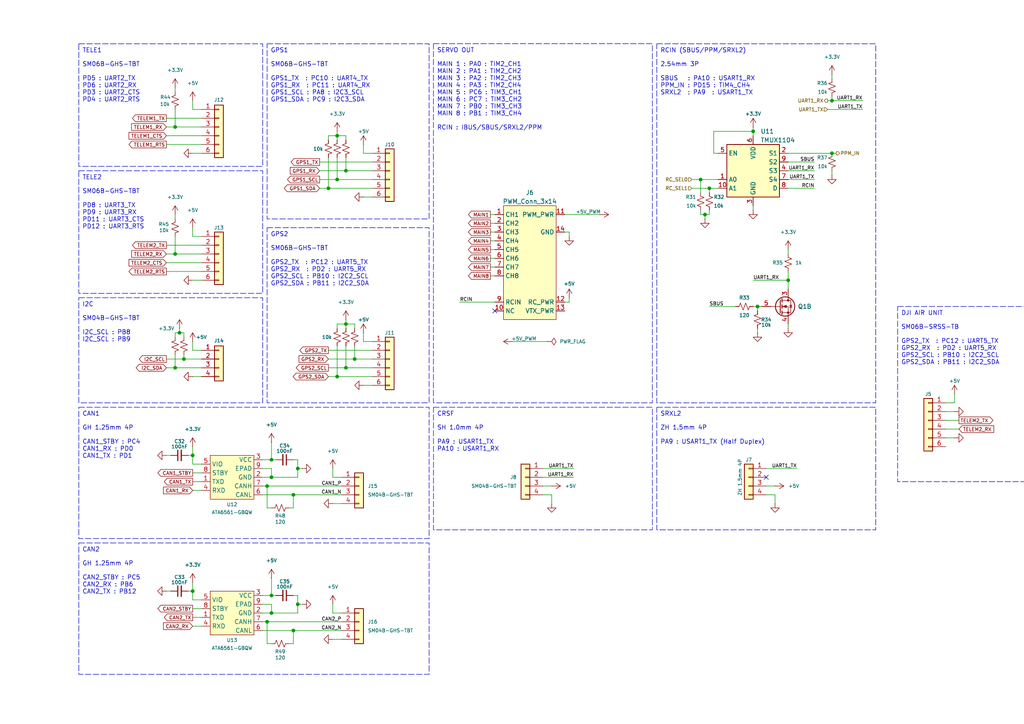
<source format=kicad_sch>
(kicad_sch (version 20250114) (generator "eeschema") (generator_version "9.0")
  (paper "A4")
  (title_block (title "STM32 Flight Controller") (date "2025-07-26") (rev "2.0.0 (WIP)") (company "NARAE") (comment 1 "INHA Univ. Areo-modelling Club") (comment 2 "2024 Winter UAV Project ") (comment 3 "Reversion 2"))
  (lib_symbols
    (symbol "ATA6561-GBQW:ATA6561-GBQW_Small"
      (property "Reference" "U" (at 0 9.398 0))
      (property "Value" "ATA6561-GBQW" (at 0 7.62 0))
      (symbol "ATA6561-GBQW_Small_0_1"
        (pin power_in line (at -8.89 3.81 0) (length 2.54) (name "VIO") (number "5"))
        (pin bidirectional line (at -8.89 1.27 0) (length 2.54) (name "STBY") (number "8"))
        (pin output line (at -8.89 -1.27 0) (length 2.54) (name "TXD") (number "1"))
        (pin input line (at -8.89 -3.81 0) (length 2.54) (name "RXD") (number "4"))
        (pin power_in line (at 8.89 5.08 180) (length 2.54) (name "VCC") (number "3"))
        (pin power_in line (at 8.89 0 180) (length 2.54) (name "GND") (number "2"))
        (pin bidirectional line (at 8.89 -5.08 180) (length 2.54) (name "CANL") (number "6"))
      )
      (symbol "ATA6561-GBQW_Small_1_1"
        (pin power_in line (at 8.89 2.54 180) (length 2.54) (name "EPAD") (number "9"))
        (pin bidirectional line (at 8.89 -2.54 180) (length 2.54) (name "CANH") (number "7"))
      )
    )
    (symbol "Connector_Generic:Conn_01x04" (pin_names (offset 1.016) (hide yes))
      (property "Reference" "J" (at 0 5.08 0))
      (property "Value" "Conn_01x04" (at 0 -7.62 0))
      (symbol "Conn_01x04_1_1"
        (pin passive line (at -5.08 2.54 0) (length 3.81) (name "Pin_1") (number "1"))
        (pin passive line (at -5.08 0 0) (length 3.81) (name "Pin_2") (number "2"))
        (pin passive line (at -5.08 -2.54 0) (length 3.81) (name "Pin_3") (number "3"))
        (pin passive line (at -5.08 -5.08 0) (length 3.81) (name "Pin_4") (number "4"))
      )
    )
    (symbol "Connector_Generic:Conn_01x06" (pin_names (offset 1.016) (hide yes))
      (property "Reference" "J" (at 0 7.62 0))
      (property "Value" "Conn_01x06" (at 0 -10.16 0))
      (symbol "Conn_01x06_1_1"
        (pin passive line (at -5.08 5.08 0) (length 3.81) (name "Pin_1") (number "1"))
        (pin passive line (at -5.08 2.54 0) (length 3.81) (name "Pin_2") (number "2"))
        (pin passive line (at -5.08 0 0) (length 3.81) (name "Pin_3") (number "3"))
        (pin passive line (at -5.08 -2.54 0) (length 3.81) (name "Pin_4") (number "4"))
        (pin passive line (at -5.08 -5.08 0) (length 3.81) (name "Pin_5") (number "5"))
        (pin passive line (at -5.08 -7.62 0) (length 3.81) (name "Pin_6") (number "6"))
      )
    )
    (symbol "Device:C_Small" (pin_numbers (hide yes)) (pin_names (offset 0.254) (hide yes))
      (property "Reference" "C" (at 0.254 1.778 0))
      (property "Value" "C_Small" (at 0.254 -2.032 0))
      (symbol "C_Small_1_1"
        (pin passive line (at 0 2.54 270) (length 2.032) (name "~") (number "1"))
        (pin passive line (at 0 -2.54 90) (length 2.032) (name "~") (number "2"))
      )
    )
    (symbol "Device:R_Small_US" (pin_numbers (hide yes)) (pin_names (offset 0.254) (hide yes))
      (property "Reference" "R" (at 0.762 0.508 0))
      (property "Value" "R_Small_US" (at 0.762 -1.016 0))
      (symbol "R_Small_US_1_1"
        (pin passive line (at 0 2.54 270) (length 1.016) (name "~") (number "1"))
        (pin passive line (at 0 -2.54 90) (length 1.016) (name "~") (number "2"))
      )
    )
    (symbol "Nexperia_PMD:PMDPB30XN" (pin_names (offset 0) (hide yes))
      (property "Reference" "Q" (at 5.08 1.905 0))
      (property "Value" "PMDPB30XN" (at 5.08 0 0))
      (symbol "PMDPB30XN_1_0"
        (pin passive line (at 2.54 5.08 270) (length 2.54) (hide yes) (name "D") (number "7"))
      )
      (symbol "PMDPB30XN_1_1"
        (pin input line (at -5.08 0 0) (length 2.54) (name "G") (number "2"))
        (pin passive line (at 2.54 5.08 270) (length 2.54) (name "D") (number "6"))
        (pin passive line (at 2.54 -5.08 90) (length 2.54) (name "S") (number "1"))
      )
      (symbol "PMDPB30XN_2_0"
        (pin passive line (at 2.54 5.08 270) (length 2.54) (hide yes) (name "D") (number "8"))
      )
      (symbol "PMDPB30XN_2_1"
        (pin input line (at -5.08 0 0) (length 2.54) (name "G") (number "5"))
        (pin passive line (at 2.54 5.08 270) (length 2.54) (name "D") (number "3"))
        (pin passive line (at 2.54 -5.08 90) (length 2.54) (name "S") (number "4"))
      )
    )
    (symbol "PWM_Connector:PWM_Conn_3x10"
      (property "Reference" "J" (at 0 22.098 0))
      (property "Value" "PWM_Conn_3x10" (at 0 20.066 0))
      (symbol "PWM_Conn_3x10_1_1"
        (pin bidirectional line (at -10.16 16.51 0) (length 2.54) (name "CH1") (number "1"))
        (pin bidirectional line (at -10.16 13.97 0) (length 2.54) (name "CH2") (number "2"))
        (pin bidirectional line (at -10.16 11.43 0) (length 2.54) (name "CH3") (number "3"))
        (pin bidirectional line (at -10.16 8.89 0) (length 2.54) (name "CH4") (number "4"))
        (pin bidirectional line (at -10.16 6.35 0) (length 2.54) (name "CH5") (number "5"))
        (pin bidirectional line (at -10.16 3.81 0) (length 2.54) (name "CH6") (number "6"))
        (pin bidirectional line (at -10.16 1.27 0) (length 2.54) (name "CH7") (number "7"))
        (pin bidirectional line (at -10.16 -1.27 0) (length 2.54) (name "CH8") (number "8"))
        (pin bidirectional line (at -10.16 -8.89 0) (length 2.54) (name "RCIN") (number "9"))
        (pin bidirectional line (at -10.16 -11.43 0) (length 2.54) (name "NC") (number "10"))
        (pin passive line (at 10.16 16.51 180) (length 2.54) (name "PWM_PWR") (number "11"))
        (pin passive line (at 10.16 11.43 180) (length 2.54) (name "GND") (number "14"))
        (pin passive line (at 10.16 -8.89 180) (length 2.54) (name "RC_PWR") (number "12"))
        (pin passive line (at 10.16 -11.43 180) (length 2.54) (name "VTX_PWR") (number "13"))
      )
    )
    (symbol "TMUX1104:TMUX1104"
      (property "Reference" "U" (at 0 0 0))
      (symbol "TMUX1104_1_1"
        (pin input line (at -10.16 5.08 0) (length 2.54) (name "EN") (number "5"))
        (pin input line (at -10.16 -2.54 0) (length 2.54) (name "A0") (number "1"))
        (pin input line (at -10.16 -5.08 0) (length 2.54) (name "A1") (number "10"))
        (pin power_in line (at 0 10.16 270) (length 2.54) (name "VDD") (number "6"))
        (pin power_in line (at 0 -10.16 90) (length 2.54) (name "GND") (number "3"))
        (pin passive line (at 10.16 5.08 180) (length 2.54) (name "S1") (number "2"))
        (pin passive line (at 10.16 2.54 180) (length 2.54) (name "S2") (number "9"))
        (pin passive line (at 10.16 0 180) (length 2.54) (name "S3") (number "4"))
        (pin passive line (at 10.16 -2.54 180) (length 2.54) (name "S4") (number "7"))
        (pin passive line (at 10.16 -5.08 180) (length 2.54) (name "D") (number "8"))
      )
    )
    (symbol "power:+3.3V" (power) (pin_numbers (hide yes)) (pin_names (offset 0) (hide yes))
      (property "Value" "+3.3V" (at 0 3.556 0))
      (symbol "+3.3V_1_1"
        (pin power_in line (at 0 0 90) (length 0) (name "~") (number "1"))
      )
    )
    (symbol "power:+5V" (power) (pin_numbers (hide yes)) (pin_names (offset 0) (hide yes))
      (property "Value" "+5V" (at 0 3.556 0))
      (symbol "+5V_1_1"
        (pin power_in line (at 0 0 90) (length 0) (name "~") (number "1"))
      )
    )
    (symbol "power:GND" (power) (pin_numbers (hide yes)) (pin_names (offset 0) (hide yes))
      (property "Value" "GND" (at 0 -3.81 0))
      (symbol "GND_1_1"
        (pin power_in line (at 0 0 270) (length 0) (name "~") (number "1"))
      )
    )
    (symbol "power:PWR_FLAG" (power) (pin_numbers (hide yes)) (pin_names (offset 0) (hide yes))
      (property "Value" "PWR_FLAG" (at 0 3.81 0))
      (symbol "PWR_FLAG_0_0"
        (pin power_out line (at 0 0 90) (length 0) (name "~") (number "1"))
      )
    )
  )
  (rectangle (start 260.35 88.9) (end 307.34 139.7) (stroke (width 0) (type dash)))
  (rectangle (start 22.86 12.7) (end 76.2 48.26) (stroke (width 0) (type dash)))
  (rectangle (start 125.73 118.11) (end 189.23 153.67) (stroke (width 0) (type dash)))
  (rectangle (start 125.7181 12.6751) (end 189.2181 116.84) (stroke (width 0) (type dash)))
  (rectangle (start 22.86 49.53) (end 76.2 85.09) (stroke (width 0) (type dash)))
  (rectangle (start 190.5 118.11) (end 254 153.67) (stroke (width 0) (type dash)))
  (rectangle (start 190.5 12.7) (end 254 116.84) (stroke (width 0) (type dash)))
  (rectangle (start 77.47 12.7) (end 124.46 63.5) (stroke (width 0) (type dash)))
  (rectangle (start 22.86 157.48) (end 124.46 195.58) (stroke (width 0) (type dash)))
  (rectangle (start 77.47 66.04) (end 124.46 116.84) (stroke (width 0) (type dash)))
  (rectangle (start 22.86 118.11) (end 124.46 156.21) (stroke (width 0) (type dash)))
  (rectangle (start 22.86 86.36) (end 76.2 116.84) (stroke (width 0) (type dash)))
  (text "CAN2" (at 23.876 160.274 0) (effects (font (size 1.27 1.27)) (justify left bottom)))
  (text "GH 1.25mm 4P\n\nCAN2_STBY : PC5\nCAN2_RX : PB6\nCAN2_TX : PB12" (at 23.876 162.814 0) (effects (font (size 1.27 1.27)) (justify left top)))
  (text "GH 1.25mm 4P\n\nCAN1_STBY : PC4\nCAN1_RX : PD0\nCAN1_TX : PD1" (at 23.876 123.444 0) (effects (font (size 1.27 1.27)) (justify left top)))
  (text "TELE1" (at 23.876 15.494 0) (effects (font (size 1.27 1.27)) (justify left bottom)))
  (text "CAN1" (at 23.876 120.904 0) (effects (font (size 1.27 1.27)) (justify left bottom)))
  (text "SM06B-GHS-TBT\n\nPD5 : UART2_TX\nPD6 : UART2_RX\nPD3 : UART2_CTS\nPD4 : UART2_RTS" (at 23.876 18.034 0) (effects (font (size 1.27 1.27)) (justify left top)))
  (text "SH 1.0mm 4P\n\nPA9 : USART1_TX\nPA10 : USART1_RX\n" (at 126.746 123.444 0) (effects (font (size 1.27 1.27)) (justify left top)))
  (text "SRXL2" (at 191.516 120.904 0) (effects (font (size 1.27 1.27)) (justify left bottom)))
  (text "SM06B-GHS-TBT\n\nGPS2_TX  : PC12 : UART5_TX\nGPS2_RX  : PD2 : UART5_RX\nGPS2_SCL : PB10 : I2C2_SCL\nGPS2_SDA : PB11 : I2C2_SDA" (at 78.486 71.374 0) (effects (font (size 1.27 1.27)) (justify left top)))
  (text "CRSF" (at 126.746 120.904 0) (effects (font (size 1.27 1.27)) (justify left bottom)))
  (text "SM06B-GHS-TBT\n\nPD8 : UART3_TX\nPD9 : UART3_RX\nPD11 : UART3_CTS\nPD12 : UART3_RTS" (at 23.876 54.864 0) (effects (font (size 1.27 1.27)) (justify left top)))
  (text "I2C" (at 23.876 89.154 0) (effects (font (size 1.27 1.27)) (justify left bottom)))
  (text "DJI AIR UNIT" (at 261.366 91.694 0) (effects (font (size 1.27 1.27)) (justify left bottom)))
  (text "2.54mm 3P\n\nSBUS   : PA10 : USART1_RX\nPPM_IN : PD15 : TIM4_CH4\nSRXL2  : PA9  : USART1_TX\n" (at 191.516 18.034 0) (effects (font (size 1.27 1.27)) (justify left top)))
  (text "SM04B-GHS-TBT\n\nI2C_SCL : PB8\nI2C_SCL : PB9" (at 23.876 91.694 0) (effects (font (size 1.27 1.27)) (justify left top)))
  (text "MAIN 1 : PA0 : TIM2_CH1\nMAIN 2 : PA1 : TIM2_CH2\nMAIN 3 : PA2 : TIM2_CH3\nMAIN 4 : PA3 : TIM2_CH4\nMAIN 5 : PC6 : TIM3_CH1\nMAIN 6 : PC7 : TIM3_CH2\nMAIN 7 : PB0 : TIM3_CH3\nMAIN 8 : PB1 : TIM3_CH4\n\nRCIN : IBUS/SBUS/SRXL2/PPM" (at 126.7341 18.0091 0) (effects (font (size 1.27 1.27)) (justify left top)))
  (text "TELE2" (at 23.876 52.324 0) (effects (font (size 1.27 1.27)) (justify left bottom)))
  (text "RCIN (SBUS/PPM/SRXL2)" (at 191.516 15.494 0) (effects (font (size 1.27 1.27)) (justify left bottom)))
  (text "SM06B-SRSS-TB\n\nGPS2_TX  : PC12 : UART5_TX\nGPS2_RX  : PD2 : UART5_RX\nGPS2_SCL : PB10 : I2C2_SCL\nGPS2_SDA : PB11 : I2C2_SDA" (at 261.366 94.234 0) (effects (font (size 1.27 1.27)) (justify left top)))
  (text "GPS1" (at 78.486 15.494 0) (effects (font (size 1.27 1.27)) (justify left bottom)))
  (text "GPS2" (at 78.486 68.834 0) (effects (font (size 1.27 1.27)) (justify left bottom)))
  (text "SM06B-GHS-TBT\n\nGPS1_TX  : PC10 : UART4_TX\nGPS1_RX  : PC11 : UART4_RX\nGPS1_SCL : PA8 : I2C3_SCL\nGPS1_SDA : PC9 : I2C3_SDA" (at 78.486 18.034 0) (effects (font (size 1.27 1.27)) (justify left top)))
  (text "ZH 1.5mm 4P\n\nPA9 : USART1_TX (Half Duplex)" (at 191.516 123.444 0) (effects (font (size 1.27 1.27)) (justify left top)))
  (text "SERVO OUT" (at 126.7341 15.4691 0) (effects (font (size 1.27 1.27)) (justify left bottom)))
  (junction (at 78.74 138.43))
  (junction (at 100.33 49.53))
  (junction (at 97.79 39.37))
  (junction (at 204.47 62.23))
  (junction (at 228.6 81.28))
  (junction (at 241.3 29.21))
  (junction (at 85.09 182.88))
  (junction (at 97.79 109.22))
  (junction (at 86.36 135.89))
  (junction (at 50.8 73.66))
  (junction (at 50.8 106.68))
  (junction (at 52.07 96.52))
  (junction (at 241.3 44.45))
  (junction (at 77.47 140.97))
  (junction (at 205.74 54.61))
  (junction (at 78.74 177.8))
  (junction (at 55.88 132.08))
  (junction (at 53.34 104.14))
  (junction (at 219.71 88.9))
  (junction (at 50.8 36.83))
  (junction (at 78.74 172.72))
  (junction (at 100.33 106.68))
  (junction (at 95.25 54.61))
  (junction (at 78.74 133.35))
  (junction (at 85.09 143.51))
  (junction (at 218.44 38.1))
  (junction (at 97.79 52.07))
  (junction (at 55.88 171.45))
  (junction (at 102.87 104.14))
  (junction (at 203.2 52.07))
  (junction (at 86.36 175.26))
  (junction (at 100.33 93.98))
  (junction (at 77.47 180.34))
  (no_connect (at 143.51 90.17))
  (no_connect (at 222.25 138.43))
  (wire (pts (xy 58.42 81.28) (xy 55.88 81.28)))
  (wire (pts (xy 78.74 175.26) (xy 78.74 177.8)))
  (wire (pts (xy 165.1 86.36) (xy 165.1 87.63)))
  (wire (pts (xy 55.88 171.45) (xy 55.88 173.99)))
  (wire (pts (xy 102.87 100.33) (xy 102.87 104.14)))
  (wire (pts (xy 163.83 67.31) (xy 165.1 67.31)))
  (wire (pts (xy 48.26 73.66) (xy 50.8 73.66)))
  (wire (pts (xy 219.71 88.9) (xy 219.71 90.17)))
  (wire (pts (xy 55.88 99.06) (xy 55.88 101.6)))
  (wire (pts (xy 274.32 127) (xy 276.86 127)))
  (wire (pts (xy 78.74 128.27) (xy 78.74 133.35)))
  (wire (pts (xy 76.2 182.88) (xy 85.09 182.88)))
  (wire (pts (xy 97.79 93.98) (xy 100.33 93.98)))
  (wire (pts (xy 85.09 182.88) (xy 85.09 186.69)))
  (wire (pts (xy 78.74 172.72) (xy 80.01 172.72)))
  (wire (pts (xy 86.36 175.26) (xy 86.36 177.8)))
  (wire (pts (xy 228.6 72.39) (xy 228.6 73.66)))
  (wire (pts (xy 78.74 138.43) (xy 86.36 138.43)))
  (wire (pts (xy 203.2 62.23) (xy 204.47 62.23)))
  (wire (pts (xy 274.32 119.38) (xy 276.86 119.38)))
  (wire (pts (xy 55.88 181.61) (xy 58.42 181.61)))
  (wire (pts (xy 105.41 99.06) (xy 107.95 99.06)))
  (wire (pts (xy 100.33 92.71) (xy 100.33 93.98)))
  (wire (pts (xy 76.2 138.43) (xy 78.74 138.43)))
  (wire (pts (xy 48.26 36.83) (xy 50.8 36.83)))
  (wire (pts (xy 50.8 31.75) (xy 50.8 36.83)))
  (wire (pts (xy 276.86 114.3) (xy 276.86 116.84)))
  (wire (pts (xy 228.6 52.07) (xy 236.22 52.07)))
  (wire (pts (xy 95.25 40.64) (xy 95.25 39.37)))
  (wire (pts (xy 77.47 140.97) (xy 99.06 140.97)))
  (wire (pts (xy 99.06 185.42) (xy 96.52 185.42)))
  (wire (pts (xy 55.88 29.21) (xy 55.88 31.75)))
  (wire (pts (xy 83.82 186.69) (xy 85.09 186.69)))
  (wire (pts (xy 48.26 171.45) (xy 49.53 171.45)))
  (wire (pts (xy 157.48 140.97) (xy 160.02 140.97)))
  (wire (pts (xy 100.33 100.33) (xy 100.33 106.68)))
  (wire (pts (xy 86.36 135.89) (xy 86.36 138.43)))
  (wire (pts (xy 48.26 41.91) (xy 58.42 41.91)))
  (wire (pts (xy 50.8 25.4) (xy 50.8 26.67)))
  (wire (pts (xy 77.47 147.32) (xy 77.47 140.97)))
  (wire (pts (xy 102.87 93.98) (xy 102.87 95.25)))
  (wire (pts (xy 142.24 62.23) (xy 143.51 62.23)))
  (wire (pts (xy 83.82 147.32) (xy 85.09 147.32)))
  (wire (pts (xy 78.74 186.69) (xy 77.47 186.69)))
  (wire (pts (xy 107.95 57.15) (xy 105.41 57.15)))
  (wire (pts (xy 148.59 99.06) (xy 158.75 99.06)))
  (wire (pts (xy 96.52 175.26) (xy 96.52 177.8)))
  (wire (pts (xy 205.74 54.61) (xy 205.74 55.88)))
  (wire (pts (xy 241.3 21.59) (xy 241.3 22.86)))
  (wire (pts (xy 77.47 186.69) (xy 77.47 180.34)))
  (wire (pts (xy 165.1 67.31) (xy 165.1 68.58)))
  (wire (pts (xy 224.79 143.51) (xy 224.79 146.05)))
  (wire (pts (xy 218.44 59.69) (xy 218.44 60.96)))
  (wire (pts (xy 50.8 73.66) (xy 58.42 73.66)))
  (wire (pts (xy 95.25 101.6) (xy 107.95 101.6)))
  (wire (pts (xy 203.2 60.96) (xy 203.2 62.23)))
  (wire (pts (xy 50.8 62.23) (xy 50.8 63.5)))
  (wire (pts (xy 100.33 49.53) (xy 107.95 49.53)))
  (wire (pts (xy 95.25 104.14) (xy 102.87 104.14)))
  (wire (pts (xy 97.79 109.22) (xy 107.95 109.22)))
  (wire (pts (xy 92.71 49.53) (xy 100.33 49.53)))
  (wire (pts (xy 78.74 133.35) (xy 80.01 133.35)))
  (wire (pts (xy 97.79 39.37) (xy 100.33 39.37)))
  (wire (pts (xy 218.44 88.9) (xy 219.71 88.9)))
  (wire (pts (xy 78.74 167.64) (xy 78.74 172.72)))
  (wire (pts (xy 107.95 111.76) (xy 105.41 111.76)))
  (wire (pts (xy 55.88 68.58) (xy 58.42 68.58)))
  (wire (pts (xy 54.61 132.08) (xy 55.88 132.08)))
  (wire (pts (xy 58.42 173.99) (xy 55.88 173.99)))
  (wire (pts (xy 55.88 132.08) (xy 55.88 134.62)))
  (wire (pts (xy 85.09 143.51) (xy 85.09 147.32)))
  (wire (pts (xy 76.2 143.51) (xy 85.09 143.51)))
  (wire (pts (xy 204.47 62.23) (xy 204.47 63.5)))
  (wire (pts (xy 76.2 172.72) (xy 78.74 172.72)))
  (wire (pts (xy 52.07 95.25) (xy 52.07 96.52)))
  (wire (pts (xy 78.74 147.32) (xy 77.47 147.32)))
  (wire (pts (xy 228.6 81.28) (xy 218.44 81.28)))
  (wire (pts (xy 55.88 129.54) (xy 55.88 132.08)))
  (wire (pts (xy 95.25 39.37) (xy 97.79 39.37)))
  (wire (pts (xy 76.2 135.89) (xy 78.74 135.89)))
  (wire (pts (xy 78.74 177.8) (xy 86.36 177.8)))
  (wire (pts (xy 100.33 106.68) (xy 107.95 106.68)))
  (wire (pts (xy 95.25 109.22) (xy 97.79 109.22)))
  (wire (pts (xy 143.51 87.63) (xy 133.35 87.63)))
  (wire (pts (xy 142.24 67.31) (xy 143.51 67.31)))
  (wire (pts (xy 222.25 140.97) (xy 224.79 140.97)))
  (wire (pts (xy 92.71 46.99) (xy 107.95 46.99)))
  (wire (pts (xy 157.48 138.43) (xy 166.37 138.43)))
  (wire (pts (xy 95.25 54.61) (xy 107.95 54.61)))
  (wire (pts (xy 52.07 96.52) (xy 53.34 96.52)))
  (wire (pts (xy 105.41 96.52) (xy 105.41 99.06)))
  (wire (pts (xy 55.88 179.07) (xy 58.42 179.07)))
  (wire (pts (xy 157.48 143.51) (xy 160.02 143.51)))
  (wire (pts (xy 53.34 102.87) (xy 53.34 104.14)))
  (wire (pts (xy 97.79 100.33) (xy 97.79 109.22)))
  (wire (pts (xy 97.79 95.25) (xy 97.79 93.98)))
  (wire (pts (xy 97.79 38.1) (xy 97.79 39.37)))
  (wire (pts (xy 142.24 77.47) (xy 143.51 77.47)))
  (wire (pts (xy 50.8 96.52) (xy 52.07 96.52)))
  (wire (pts (xy 208.28 52.07) (xy 203.2 52.07)))
  (wire (pts (xy 48.26 39.37) (xy 58.42 39.37)))
  (wire (pts (xy 48.26 34.29) (xy 58.42 34.29)))
  (wire (pts (xy 76.2 175.26) (xy 78.74 175.26)))
  (wire (pts (xy 142.24 64.77) (xy 143.51 64.77)))
  (wire (pts (xy 240.03 31.75) (xy 250.19 31.75)))
  (wire (pts (xy 222.25 143.51) (xy 224.79 143.51)))
  (wire (pts (xy 142.24 72.39) (xy 143.51 72.39)))
  (wire (pts (xy 102.87 104.14) (xy 107.95 104.14)))
  (wire (pts (xy 236.22 46.99) (xy 228.6 46.99)))
  (wire (pts (xy 50.8 97.79) (xy 50.8 96.52)))
  (wire (pts (xy 207.01 44.45) (xy 207.01 38.1)))
  (wire (pts (xy 76.2 177.8) (xy 78.74 177.8)))
  (wire (pts (xy 50.8 68.58) (xy 50.8 73.66)))
  (wire (pts (xy 205.74 60.96) (xy 205.74 62.23)))
  (wire (pts (xy 50.8 102.87) (xy 50.8 106.68)))
  (wire (pts (xy 219.71 88.9) (xy 220.98 88.9)))
  (wire (pts (xy 228.6 81.28) (xy 228.6 83.82)))
  (wire (pts (xy 58.42 109.22) (xy 55.88 109.22)))
  (wire (pts (xy 78.74 135.89) (xy 78.74 138.43)))
  (wire (pts (xy 203.2 52.07) (xy 200.66 52.07)))
  (wire (pts (xy 241.3 49.53) (xy 241.3 50.8)))
  (wire (pts (xy 92.71 52.07) (xy 97.79 52.07)))
  (wire (pts (xy 241.3 44.45) (xy 242.57 44.45)))
  (wire (pts (xy 48.26 106.68) (xy 50.8 106.68)))
  (wire (pts (xy 96.52 138.43) (xy 99.06 138.43)))
  (wire (pts (xy 100.33 93.98) (xy 102.87 93.98)))
  (wire (pts (xy 218.44 36.83) (xy 218.44 38.1)))
  (wire (pts (xy 157.48 135.89) (xy 166.37 135.89)))
  (wire (pts (xy 163.83 87.63) (xy 165.1 87.63)))
  (wire (pts (xy 105.41 44.45) (xy 107.95 44.45)))
  (wire (pts (xy 85.09 182.88) (xy 99.06 182.88)))
  (wire (pts (xy 85.09 143.51) (xy 99.06 143.51)))
  (wire (pts (xy 228.6 44.45) (xy 241.3 44.45)))
  (wire (pts (xy 95.25 45.72) (xy 95.25 54.61)))
  (wire (pts (xy 222.25 135.89) (xy 231.14 135.89)))
  (wire (pts (xy 274.32 121.92) (xy 278.13 121.92)))
  (wire (pts (xy 241.3 27.94) (xy 241.3 29.21)))
  (wire (pts (xy 77.47 180.34) (xy 99.06 180.34)))
  (wire (pts (xy 58.42 44.45) (xy 55.88 44.45)))
  (wire (pts (xy 54.61 171.45) (xy 55.88 171.45)))
  (wire (pts (xy 48.26 132.08) (xy 49.53 132.08)))
  (wire (pts (xy 240.03 29.21) (xy 241.3 29.21)))
  (wire (pts (xy 160.02 143.51) (xy 160.02 146.05)))
  (wire (pts (xy 207.01 38.1) (xy 218.44 38.1)))
  (wire (pts (xy 97.79 52.07) (xy 107.95 52.07)))
  (wire (pts (xy 228.6 78.74) (xy 228.6 81.28)))
  (wire (pts (xy 76.2 180.34) (xy 77.47 180.34)))
  (wire (pts (xy 50.8 36.83) (xy 58.42 36.83)))
  (wire (pts (xy 55.88 101.6) (xy 58.42 101.6)))
  (wire (pts (xy 55.88 31.75) (xy 58.42 31.75)))
  (wire (pts (xy 142.24 74.93) (xy 143.51 74.93)))
  (wire (pts (xy 213.36 88.9) (xy 205.74 88.9)))
  (wire (pts (xy 50.8 106.68) (xy 58.42 106.68)))
  (wire (pts (xy 97.79 45.72) (xy 97.79 52.07)))
  (wire (pts (xy 204.47 62.23) (xy 205.74 62.23)))
  (wire (pts (xy 55.88 66.04) (xy 55.88 68.58)))
  (wire (pts (xy 86.36 175.26) (xy 87.63 175.26)))
  (wire (pts (xy 86.36 135.89) (xy 87.63 135.89)))
  (wire (pts (xy 96.52 177.8) (xy 99.06 177.8)))
  (wire (pts (xy 48.26 76.2) (xy 58.42 76.2)))
  (wire (pts (xy 100.33 45.72) (xy 100.33 49.53)))
  (wire (pts (xy 205.74 54.61) (xy 200.66 54.61)))
  (wire (pts (xy 203.2 52.07) (xy 203.2 55.88)))
  (wire (pts (xy 100.33 93.98) (xy 100.33 95.25)))
  (wire (pts (xy 48.26 104.14) (xy 53.34 104.14)))
  (wire (pts (xy 55.88 168.91) (xy 55.88 171.45)))
  (wire (pts (xy 208.28 54.61) (xy 205.74 54.61)))
  (wire (pts (xy 218.44 38.1) (xy 218.44 39.37)))
  (wire (pts (xy 208.28 44.45) (xy 207.01 44.45)))
  (wire (pts (xy 53.34 97.79) (xy 53.34 96.52)))
  (wire (pts (xy 276.86 116.84) (xy 274.32 116.84)))
  (wire (pts (xy 241.3 29.21) (xy 250.19 29.21)))
  (wire (pts (xy 86.36 172.72) (xy 86.36 175.26)))
  (wire (pts (xy 97.79 39.37) (xy 97.79 40.64)))
  (wire (pts (xy 76.2 133.35) (xy 78.74 133.35)))
  (wire (pts (xy 274.32 124.46) (xy 278.13 124.46)))
  (wire (pts (xy 55.88 142.24) (xy 58.42 142.24)))
  (wire (pts (xy 48.26 71.12) (xy 58.42 71.12)))
  (wire (pts (xy 142.24 69.85) (xy 143.51 69.85)))
  (wire (pts (xy 105.41 41.91) (xy 105.41 44.45)))
  (wire (pts (xy 55.88 137.16) (xy 58.42 137.16)))
  (wire (pts (xy 58.42 134.62) (xy 55.88 134.62)))
  (wire (pts (xy 92.71 54.61) (xy 95.25 54.61)))
  (wire (pts (xy 96.52 135.89) (xy 96.52 138.43)))
  (wire (pts (xy 95.25 106.68) (xy 100.33 106.68)))
  (wire (pts (xy 228.6 49.53) (xy 236.22 49.53)))
  (wire (pts (xy 173.99 62.23) (xy 163.83 62.23)))
  (wire (pts (xy 48.26 78.74) (xy 58.42 78.74)))
  (wire (pts (xy 99.06 146.05) (xy 96.52 146.05)))
  (wire (pts (xy 100.33 39.37) (xy 100.33 40.64)))
  (wire (pts (xy 86.36 133.35) (xy 86.36 135.89)))
  (wire (pts (xy 228.6 93.98) (xy 228.6 95.25)))
  (wire (pts (xy 53.34 104.14) (xy 58.42 104.14)))
  (wire (pts (xy 85.09 133.35) (xy 86.36 133.35)))
  (wire (pts (xy 219.71 95.25) (xy 219.71 96.52)))
  (wire (pts (xy 55.88 176.53) (xy 58.42 176.53)))
  (wire (pts (xy 85.09 172.72) (xy 86.36 172.72)))
  (wire (pts (xy 76.2 140.97) (xy 77.47 140.97)))
  (wire (pts (xy 236.22 54.61) (xy 228.6 54.61)))
  (wire (pts (xy 142.24 80.01) (xy 143.51 80.01)))
  (wire (pts (xy 55.88 139.7) (xy 58.42 139.7)))
  (label "UART1_TX" (at 166.37 135.89 180) (effects (font (size 1 1))))
  (label "RCIN" (at 236.22 54.61 180) (effects (font (size 1 1))))
  (label "CAN2_P" (at 99.06 180.34 180) (effects (font (size 1 1))))
  (label "UART1_TX" (at 250.19 31.75 180) (effects (font (size 1 1))))
  (label "CAN2_N" (at 99.06 182.88 180) (effects (font (size 1 1))))
  (label "UART1_RX" (at 250.19 29.21 180) (effects (font (size 1 1))))
  (label "UART1_TX" (at 236.22 52.07 180) (effects (font (size 1 1))))
  (label "SBUS" (at 236.22 46.99 180) (effects (font (size 1 1))))
  (label "UART1_RX" (at 218.44 81.28 0) (effects (font (size 1 1))))
  (label "CAN1_P" (at 99.06 140.97 180) (effects (font (size 1 1))))
  (label "RCIN" (at 133.35 87.63 0) (effects (font (size 1 1))))
  (label "UART1_TX" (at 231.14 135.89 180) (effects (font (size 1 1))))
  (label "UART1_RX" (at 166.37 138.43 180) (effects (font (size 1 1))))
  (label "SBUS" (at 205.74 88.9 0) (effects (font (size 1 1))))
  (label "CAN1_N" (at 99.06 143.51 180) (effects (font (size 1 1))))
  (label "UART1_RX" (at 236.22 49.53 180) (effects (font (size 1 1))))
  (global_label "TELEM1_RX" (shape input) (at 48.26 36.83 180) (effects (font (size 1 1))) (property "Intersheetrefs" "${INTERSHEET_REFS}" (effects (hide yes))))
  (global_label "GPS1_RX" (shape input) (at 92.71 49.53 180) (effects (font (size 1 1))) (property "Intersheetrefs" "${INTERSHEET_REFS}" (effects (hide yes))))
  (global_label "CAN2_RX" (shape input) (at 55.88 181.61 180) (effects (font (size 1 1))) (property "Intersheetrefs" "${INTERSHEET_REFS}" (effects (hide yes))))
  (global_label "TELEM2_RTS" (shape output) (at 48.26 78.74 180) (effects (font (size 1 1))) (property "Intersheetrefs" "${INTERSHEET_REFS}" (effects (hide yes))))
  (global_label "TELEM2_TX" (shape output) (at 278.13 121.92 0) (effects (font (size 1 1))) (property "Intersheetrefs" "${INTERSHEET_REFS}" (effects (hide yes))))
  (global_label "MAIN8" (shape output) (at 142.24 80.01 180) (effects (font (size 1 1))) (property "Intersheetrefs" "${INTERSHEET_REFS}" (effects (hide yes))))
  (global_label "TELEM1_RTS" (shape output) (at 48.26 41.91 180) (effects (font (size 1 1))) (property "Intersheetrefs" "${INTERSHEET_REFS}" (effects (hide yes))))
  (global_label "TELEM2_CTS" (shape input) (at 48.26 76.2 180) (effects (font (size 1 1))) (property "Intersheetrefs" "${INTERSHEET_REFS}" (effects (hide yes))))
  (global_label "MAIN4" (shape output) (at 142.24 69.85 180) (effects (font (size 1 1))) (property "Intersheetrefs" "${INTERSHEET_REFS}" (effects (hide yes))))
  (global_label "CAN1_TX" (shape output) (at 55.88 139.7 180) (effects (font (size 1 1))) (property "Intersheetrefs" "${INTERSHEET_REFS}" (effects (hide yes))))
  (global_label "RC2_RX" (shape input) (at -35.56 115.57 180) (effects (font (size 1 1))) (property "Intersheetrefs" "${INTERSHEET_REFS}" (effects (hide yes))))
  (global_label "MAIN7" (shape output) (at 142.24 77.47 180) (effects (font (size 1 1))) (property "Intersheetrefs" "${INTERSHEET_REFS}" (effects (hide yes))))
  (global_label "GPS2_SDA" (shape bidirectional) (at 95.25 109.22 180) (effects (font (size 1 1))) (property "Intersheetrefs" "${INTERSHEET_REFS}" (effects (hide yes))))
  (global_label "MAIN3" (shape output) (at 142.24 67.31 180) (effects (font (size 1 1))) (property "Intersheetrefs" "${INTERSHEET_REFS}" (effects (hide yes))))
  (global_label "MAIN1" (shape output) (at 142.24 62.23 180) (effects (font (size 1 1))) (property "Intersheetrefs" "${INTERSHEET_REFS}" (effects (hide yes))))
  (global_label "RC1_RX" (shape input) (at -35.56 135.89 180) (effects (font (size 1 1))) (property "Intersheetrefs" "${INTERSHEET_REFS}" (effects (hide yes))))
  (global_label "CAN1_RX" (shape input) (at 55.88 142.24 180) (effects (font (size 1 1))) (property "Intersheetrefs" "${INTERSHEET_REFS}" (effects (hide yes))))
  (global_label "I2C_SDA" (shape bidirectional) (at 48.26 106.68 180) (effects (font (size 1 1))) (property "Intersheetrefs" "${INTERSHEET_REFS}" (effects (hide yes))))
  (global_label "GPS2_SCL" (shape output) (at 95.25 106.68 180) (effects (font (size 1 1))) (property "Intersheetrefs" "${INTERSHEET_REFS}" (effects (hide yes))))
  (global_label "TELEM2_TX" (shape output) (at 48.26 71.12 180) (effects (font (size 1 1))) (property "Intersheetrefs" "${INTERSHEET_REFS}" (effects (hide yes))))
  (global_label "TELEM1_CTS" (shape input) (at 48.26 39.37 180) (effects (font (size 1 1))) (property "Intersheetrefs" "${INTERSHEET_REFS}" (effects (hide yes))))
  (global_label "MAIN2" (shape output) (at 142.24 64.77 180) (effects (font (size 1 1))) (property "Intersheetrefs" "${INTERSHEET_REFS}" (effects (hide yes))))
  (global_label "CAN2_STBY" (shape output) (at 55.88 176.53 180) (effects (font (size 1 1))) (property "Intersheetrefs" "${INTERSHEET_REFS}" (effects (hide yes))))
  (global_label "CAN2_TX" (shape output) (at 55.88 179.07 180) (effects (font (size 1 1))) (property "Intersheetrefs" "${INTERSHEET_REFS}" (effects (hide yes))))
  (global_label "MAIN6" (shape output) (at 142.24 74.93 180) (effects (font (size 1 1))) (property "Intersheetrefs" "${INTERSHEET_REFS}" (effects (hide yes))))
  (global_label "TELEM2_RX" (shape input) (at 48.26 73.66 180) (effects (font (size 1 1))) (property "Intersheetrefs" "${INTERSHEET_REFS}" (effects (hide yes))))
  (global_label "RC1_TX" (shape output) (at -35.56 133.35 180) (effects (font (size 1 1))) (property "Intersheetrefs" "${INTERSHEET_REFS}" (effects (hide yes))))
  (global_label "GPS1_SDA" (shape bidirectional) (at 92.71 54.61 180) (effects (font (size 1 1))) (property "Intersheetrefs" "${INTERSHEET_REFS}" (effects (hide yes))))
  (global_label "CAN1_STBY" (shape output) (at 55.88 137.16 180) (effects (font (size 1 1))) (property "Intersheetrefs" "${INTERSHEET_REFS}" (effects (hide yes))))
  (global_label "GPS1_SCL" (shape output) (at 92.71 52.07 180) (effects (font (size 1 1))) (property "Intersheetrefs" "${INTERSHEET_REFS}" (effects (hide yes))))
  (global_label "GPS1_TX" (shape output) (at 92.71 46.99 180) (effects (font (size 1 1))) (property "Intersheetrefs" "${INTERSHEET_REFS}" (effects (hide yes))))
  (global_label "TELEM2_RX" (shape input) (at 278.13 124.46 0) (effects (font (size 1 1))) (property "Intersheetrefs" "${INTERSHEET_REFS}" (effects (hide yes))))
  (global_label "RC2_TX" (shape output) (at -35.56 118.11 180) (effects (font (size 1 1))) (property "Intersheetrefs" "${INTERSHEET_REFS}" (effects (hide yes))))
  (global_label "TELEM1_TX" (shape output) (at 48.26 34.29 180) (effects (font (size 1 1))) (property "Intersheetrefs" "${INTERSHEET_REFS}" (effects (hide yes))))
  (global_label "GPS2_RX" (shape input) (at 95.25 104.14 180) (effects (font (size 1 1))) (property "Intersheetrefs" "${INTERSHEET_REFS}" (effects (hide yes))))
  (global_label "GPS2_TX" (shape output) (at 95.25 101.6 180) (effects (font (size 1 1))) (property "Intersheetrefs" "${INTERSHEET_REFS}" (effects (hide yes))))
  (global_label "MAIN5" (shape output) (at 142.24 72.39 180) (effects (font (size 1 1))) (property "Intersheetrefs" "${INTERSHEET_REFS}" (effects (hide yes))))
  (global_label "I2C_SCL" (shape output) (at 48.26 104.14 180) (effects (font (size 1 1))) (property "Intersheetrefs" "${INTERSHEET_REFS}" (effects (hide yes))))
  (hierarchical_label "RC_SEL1" (shape input) (at 200.66 54.61 180) (effects (font (size 1 1))))
  (hierarchical_label "RC_SEL0" (shape input) (at 200.66 52.07 180) (effects (font (size 1 1))))
  (hierarchical_label "PPM_IN" (shape output) (at 242.57 44.45 0) (effects (font (size 1 1))))
  (hierarchical_label "UART1_RX" (shape output) (at 240.03 29.21 180) (effects (font (size 1 1))))
  (hierarchical_label "UART1_TX" (shape input) (at 240.03 31.75 180) (effects (font (size 1 1))))
  (symbol (lib_id "power:+5V") (at 160.02 140.97 270) (unit 1)
    (property "Reference" "#PWR098" (effects (hide yes)))
    (property "Value" "+5V" (at 163.83 140.9699 90) (effects (font (size 1 1)) (justify left)))
    (property "Description" "Power symbol creates a global label with name \"+5V\"" (effects (hide yes)))
  )
  (symbol (lib_id "Device:R_Small_US") (at 219.71 92.71 0) (mirror y) (unit 1)
    (property "Reference" "R34" (at 222.25 92.71 0) (effects (font (size 1 1))))
    (property "Value" "10k" (at 222.25 94.234 0) (effects (font (size 1 1))))
    (property "Footprint" "Resistor_SMD:R_0402_1005Metric" (effects (hide yes)))
    (property "Description" "Resistor, small US symbol" (effects (hide yes)))
    (property "LCSC" "C25531" (effects (hide yes)))
  )
  (symbol (lib_id "power:+3.3V") (at 228.6 72.39 0) (unit 1)
    (property "Reference" "#PWR049" (effects (hide yes)))
    (property "Value" "+3.3V" (at 228.6 67.31 0) (effects (font (size 1 1))))
    (property "Description" "Power symbol creates a global label with name \"+3.3V\"" (effects (hide yes)))
  )
  (symbol (lib_id "Device:R_Small_US") (at 241.3 25.4 0) (mirror y) (unit 1)
    (property "Reference" "R36" (at 240.03 24.13 0) (effects (font (size 1 1)) (justify left)))
    (property "Value" "10k" (at 240.03 26.67 0) (effects (font (size 1 1)) (justify left)))
    (property "Footprint" "Resistor_SMD:R_0402_1005Metric" (effects (hide yes)))
    (property "Description" "Resistor, small US symbol" (effects (hide yes)))
    (property "LCSC" "C25531" (effects (hide yes)))
  )
  (symbol (lib_id "power:+5V") (at 78.74 167.64 0) (unit 1)
    (property "Reference" "#PWR0123" (effects (hide yes)))
    (property "Value" "+5V" (at 78.74 162.56 0) (effects (font (size 1 1))))
    (property "Description" "Power symbol creates a global label with name \"+5V\"" (effects (hide yes)))
  )
  (symbol (lib_id "Device:C_Small") (at 82.55 133.35 270) (unit 1)
    (property "Reference" "C34" (at 82.55 129.286 90) (effects (font (size 1 1))))
    (property "Value" "100nF" (at 82.55 130.81 90) (effects (font (size 1 1))))
    (property "Footprint" "Capacitor_SMD:C_0402_1005Metric" (effects (hide yes)))
    (property "Description" "Unpolarized capacitor, small symbol" (effects (hide yes)))
    (property "LCSC" "C1525" (effects (hide yes)))
  )
  (symbol (lib_id "power:GND") (at 219.71 96.52 0) (unit 1)
    (property "Reference" "#PWR091" (effects (hide yes)))
    (property "Value" "GND" (effects (hide yes)))
    (property "Description" "Power symbol creates a global label with name \"GND\" , ground" (effects (hide yes)))
  )
  (symbol (lib_id "Device:R_Small_US") (at 102.87 97.79 0) (mirror y) (unit 1)
    (property "Reference" "R43" (effects (hide yes)))
    (property "Value" "10k" (at 96.266 97.79 0) (effects (font (size 1 1)) (justify left)))
    (property "Footprint" "Resistor_SMD:R_0402_1005Metric" (effects (hide yes)))
    (property "Description" "Resistor, small US symbol" (effects (hide yes)))
    (property "LCSC" "C25531" (effects (hide yes)))
  )
  (symbol (lib_id "power:GND") (at 55.88 109.22 270) (unit 1)
    (property "Reference" "#PWR0117" (effects (hide yes)))
    (property "Value" "GND" (effects (hide yes)))
    (property "Description" "Power symbol creates a global label with name \"GND\" , ground" (effects (hide yes)))
  )
  (symbol (lib_id "Device:R_Small_US") (at 241.3 46.99 0) (mirror y) (unit 1)
    (property "Reference" "R37" (at 240.03 45.72 0) (effects (font (size 1 1)) (justify left)))
    (property "Value" "10k" (at 240.03 48.26 0) (effects (font (size 1 1)) (justify left)))
    (property "Footprint" "Resistor_SMD:R_0402_1005Metric" (effects (hide yes)))
    (property "Description" "Resistor, small US symbol" (effects (hide yes)))
    (property "LCSC" "C25531" (effects (hide yes)))
  )
  (symbol (lib_id "power:GND") (at 55.88 81.28 270) (unit 1)
    (property "Reference" "#PWR0115" (effects (hide yes)))
    (property "Value" "GND" (effects (hide yes)))
    (property "Description" "Power symbol creates a global label with name \"GND\" , ground" (effects (hide yes)))
  )
  (symbol (lib_id "power:+5V") (at 165.1 86.36 0) (mirror y) (unit 1)
    (property "Reference" "#PWR087" (effects (hide yes)))
    (property "Value" "+5V" (at 165.1 82.296 0) (effects (font (size 1 1))))
    (property "Description" "Power symbol creates a global label with name \"+5V\"" (effects (hide yes)))
  )
  (symbol (lib_id "power:GND") (at 105.41 111.76 270) (unit 1)
    (property "Reference" "#PWR0108" (effects (hide yes)))
    (property "Value" "GND" (effects (hide yes)))
    (property "Description" "Power symbol creates a global label with name \"GND\" , ground" (effects (hide yes)))
  )
  (symbol (lib_id "power:GND") (at 105.41 57.15 270) (unit 1)
    (property "Reference" "#PWR0106" (effects (hide yes)))
    (property "Value" "GND" (effects (hide yes)))
    (property "Description" "Power symbol creates a global label with name \"GND\" , ground" (effects (hide yes)))
  )
  (symbol (lib_id "Connector_Generic:Conn_01x06") (at 63.5 36.83 0) (unit 1)
    (property "Reference" "J12" (at 63.5 28.956 0) (effects (font (size 1 1))))
    (property "Value" "SM06B-GHS-TBT" (effects (hide yes)))
    (property "Footprint" "JST_GH:JST_GH_SM06B-GHS-TB_06x1.25mm_Angled" (effects (hide yes)))
    (property "Description" "Generic connector, single row, 01x06, script generated (kicad-library-utils/schlib/autogen/connector/)" (effects (hide yes)))
    (property "LCSC" "C133065" (effects (hide yes)))
  )
  (symbol (lib_id "Device:R_Small_US") (at 95.25 43.18 0) (mirror y) (unit 1)
    (property "Reference" "R38" (effects (hide yes)))
    (property "Value" "10k" (effects (hide yes)))
    (property "Footprint" "Resistor_SMD:R_0402_1005Metric" (effects (hide yes)))
    (property "Description" "Resistor, small US symbol" (effects (hide yes)))
    (property "LCSC" "C25531" (effects (hide yes)))
  )
  (symbol (lib_id "power:+5V") (at 96.52 135.89 0) (unit 1)
    (property "Reference" "#PWR0126" (effects (hide yes)))
    (property "Value" "+5V" (at 96.52 130.81 0) (effects (font (size 1 1))))
    (property "Description" "Power symbol creates a global label with name \"+5V\"" (effects (hide yes)))
  )
  (symbol (lib_id "power:+3.3V") (at 97.79 38.1 0) (unit 1)
    (property "Reference" "#PWR0102" (effects (hide yes)))
    (property "Value" "+3.3V" (at 97.79 33.02 0) (effects (font (size 1 1))))
    (property "Description" "Power symbol creates a global label with name \"+3.3V\"" (effects (hide yes)))
  )
  (symbol (lib_id "Connector_Generic:Conn_01x06") (at 269.24 121.92 0) (mirror y) (unit 1)
    (property "Reference" "J5" (at 269.24 114.3 0) (effects (font (size 1 1))))
    (property "Value" "SM06B-GHS-TBT" (effects (hide yes)))
    (property "Footprint" "JST_GH:JST_GH_SM06B-GHS-TB_06x1.25mm_Angled" (effects (hide yes)))
    (property "Description" "Generic connector, single row, 01x06, script generated (kicad-library-utils/schlib/autogen/connector/)" (effects (hide yes)))
    (property "LCSC" "C160405" (effects (hide yes)))
  )
  (symbol (lib_id "Device:R_Small_US") (at 203.2 58.42 0) (unit 1)
    (property "Reference" "R31" (at 201.93 57.15 0) (effects (font (size 1 1)) (justify right)))
    (property "Value" "10k" (at 201.93 59.69 0) (effects (font (size 1 1)) (justify right)))
    (property "Footprint" "Resistor_SMD:R_0402_1005Metric" (effects (hide yes)))
    (property "Description" "Resistor, small US symbol" (effects (hide yes)))
    (property "LCSC" "C25531" (effects (hide yes)))
  )
  (symbol (lib_id "power:GND") (at 276.86 119.38 90) (mirror x) (unit 1)
    (property "Reference" "#PWR013" (effects (hide yes)))
    (property "Value" "GND" (effects (hide yes)))
    (property "Description" "Power symbol creates a global label with name \"GND\" , ground" (effects (hide yes)))
  )
  (symbol (lib_id "power:+5V") (at 96.52 175.26 0) (unit 1)
    (property "Reference" "#PWR0128" (effects (hide yes)))
    (property "Value" "+5V" (at 96.52 170.18 0) (effects (font (size 1 1))))
    (property "Description" "Power symbol creates a global label with name \"+5V\"" (effects (hide yes)))
  )
  (symbol (lib_id "Connector_Generic:Conn_01x04") (at 217.17 138.43 0) (mirror y) (unit 1)
    (property "Reference" "J7" (at 217.17 133.35 0) (effects (font (size 1 1))))
    (property "Value" "ZH 1.5mm 4P" (at 214.63 138.43 90) (effects (font (size 1 1))))
    (property "Footprint" "JST_ZH:JST_ZH_S4B-ZR-SM4A-TF_1x04-1MP_P1.50mm_Horizontal" (effects (hide yes)))
    (property "Description" "Generic connector, single row, 01x04, script generated (kicad-library-utils/schlib/autogen/connector/)" (effects (hide yes)))
    (property "LCSC" "C485354" (effects (hide yes)))
  )
  (symbol (lib_id "power:+3.3V") (at 241.3 21.59 0) (unit 1)
    (property "Reference" "#PWR043" (effects (hide yes)))
    (property "Value" "+3.3V" (at 241.3 16.51 0) (effects (font (size 1 1))))
    (property "Description" "Power symbol creates a global label with name \"+3.3V\"" (effects (hide yes)))
  )
  (symbol (lib_id "Device:R_Small_US") (at 50.8 100.33 0) (mirror y) (unit 1)
    (property "Reference" "R46" (effects (hide yes)))
    (property "Value" "10k" (effects (hide yes)))
    (property "Footprint" "Resistor_SMD:R_0402_1005Metric" (effects (hide yes)))
    (property "Description" "Resistor, small US symbol" (effects (hide yes)))
    (property "LCSC" "C25531" (effects (hide yes)))
  )
  (symbol (lib_id "power:GND") (at 224.79 146.05 0) (unit 1)
    (property "Reference" "#PWR097" (effects (hide yes)))
    (property "Value" "GND" (effects (hide yes)))
    (property "Description" "Power symbol creates a global label with name \"GND\" , ground" (effects (hide yes)))
  )
  (symbol (lib_id "power:+5V") (at 55.88 99.06 0) (unit 1)
    (property "Reference" "#PWR0116" (effects (hide yes)))
    (property "Value" "+5V" (at 58.42 97.79 0) (effects (font (size 1 1))))
    (property "Description" "Power symbol creates a global label with name \"+5V\"" (effects (hide yes)))
  )
  (symbol (lib_id "power:+5V") (at 173.99 62.23 270) (mirror x) (unit 1)
    (property "Reference" "#PWR085" (effects (hide yes)))
    (property "Value" "+5V_PWM" (at 174.244 61.976 90) (effects (font (size 1 1)) (justify right top)))
    (property "Description" "Power symbol creates a global label with name \"+5V\"" (effects (hide yes)))
  )
  (symbol (lib_id "Connector_Generic:Conn_01x04") (at 152.4 138.43 0) (mirror y) (unit 1)
    (property "Reference" "J8" (at 149.86 138.43 0) (effects (font (size 1 1)) (justify left)))
    (property "Value" "SM04B-GHS-TBT" (at 149.86 140.97 0) (effects (font (size 1 1)) (justify left)))
    (property "Footprint" "JST_GH:JST_GH_SM04B-GHS-TB_04x1.25mm_Angled" (effects (hide yes)))
    (property "Description" "Generic connector, single row, 01x04, script generated (kicad-library-utils/schlib/autogen/connector/)" (effects (hide yes)))
    (property "LCSC" "C189895" (effects (hide yes)))
  )
  (symbol (lib_id "power:GND") (at 241.3 50.8 0) (mirror y) (unit 1)
    (property "Reference" "#PWR095" (effects (hide yes)))
    (property "Value" "GND" (effects (hide yes)))
    (property "Description" "Power symbol creates a global label with name \"GND\" , ground" (effects (hide yes)))
  )
  (symbol (lib_id "Device:R_Small_US") (at 81.28 186.69 90) (unit 1)
    (property "Reference" "R49" (at 81.28 188.976 90) (effects (font (size 1 1))))
    (property "Value" "120" (at 81.28 190.754 90) (effects (font (size 1 1))))
    (property "Footprint" "Resistor_SMD:R_0402_1005Metric" (effects (hide yes)))
    (property "Description" "Resistor, small US symbol" (effects (hide yes)))
    (property "LCSC" " C25079" (effects (hide yes)))
  )
  (symbol (lib_id "power:+3.3V") (at 55.88 129.54 0) (unit 1)
    (property "Reference" "#PWR0120" (effects (hide yes)))
    (property "Value" "+3.3V" (at 55.88 124.46 0) (effects (font (size 1 1))))
    (property "Description" "Power symbol creates a global label with name \"+3.3V\"" (effects (hide yes)))
  )
  (symbol (lib_id "Device:C_Small") (at 52.07 171.45 90) (mirror x) (unit 1)
    (property "Reference" "C33" (at 52.07 167.386 90) (effects (font (size 1 1))))
    (property "Value" "100nF" (at 52.07 168.91 90) (effects (font (size 1 1))))
    (property "Footprint" "Capacitor_SMD:C_0402_1005Metric" (effects (hide yes)))
    (property "Description" "Unpolarized capacitor, small symbol" (effects (hide yes)))
    (property "LCSC" "C1525" (effects (hide yes)))
  )
  (symbol (lib_id "Device:R_Small_US") (at 205.74 58.42 0) (unit 1)
    (property "Reference" "R32" (at 207.01 57.15 0) (effects (font (size 1 1)) (justify left)))
    (property "Value" "10k" (at 207.01 59.69 0) (effects (font (size 1 1)) (justify left)))
    (property "Footprint" "Resistor_SMD:R_0402_1005Metric" (effects (hide yes)))
    (property "Description" "Resistor, small US symbol" (effects (hide yes)))
    (property "LCSC" "C25531" (effects (hide yes)))
  )
  (symbol (lib_id "Device:R_Small_US") (at 50.8 66.04 0) (mirror y) (unit 1)
    (property "Reference" "R45" (at 49.022 65.024 0) (effects (font (size 1 1)) (justify left)))
    (property "Value" "10k" (at 49.022 66.802 0) (effects (font (size 1 1)) (justify left)))
    (property "Footprint" "Resistor_SMD:R_0402_1005Metric" (effects (hide yes)))
    (property "Description" "Resistor, small US symbol" (effects (hide yes)))
    (property "LCSC" "C25531" (effects (hide yes)))
  )
  (symbol (lib_id "power:+5V") (at 148.59 99.06 90) (unit 1)
    (property "Reference" "#PWR082" (effects (hide yes)))
    (property "Value" "+5V_PWM" (at 148.336 98.806 90) (effects (font (size 1 1)) (justify right top)))
    (property "Description" "Power symbol creates a global label with name \"+5V\"" (effects (hide yes)))
  )
  (symbol (lib_id "power:+5V") (at 55.88 66.04 0) (unit 1)
    (property "Reference" "#PWR0114" (effects (hide yes)))
    (property "Value" "+5V" (at 55.88 60.96 0) (effects (font (size 1 1))))
    (property "Description" "Power symbol creates a global label with name \"+5V\"" (effects (hide yes)))
  )
  (symbol (lib_id "Device:R_Small_US") (at 97.79 43.18 0) (mirror y) (unit 1)
    (property "Reference" "R39" (effects (hide yes)))
    (property "Value" "10k" (effects (hide yes)))
    (property "Footprint" "Resistor_SMD:R_0402_1005Metric" (effects (hide yes)))
    (property "Description" "Resistor, small US symbol" (effects (hide yes)))
    (property "LCSC" "C25531" (effects (hide yes)))
  )
  (symbol (lib_id "power:GND") (at 48.26 171.45 270) (unit 1)
    (property "Reference" "#PWR0119" (effects (hide yes)))
    (property "Value" "GND" (effects (hide yes)))
    (property "Description" "Power symbol creates a global label with name \"GND\" , ground" (effects (hide yes)))
  )
  (symbol (lib_id "power:+3.3V") (at 218.44 36.83 0) (unit 1)
    (property "Reference" "#PWR089" (effects (hide yes)))
    (property "Value" "+3.3V" (at 218.44 33.02 0) (effects (font (size 1 1))))
    (property "Description" "Power symbol creates a global label with name \"+3.3V\"" (effects (hide yes)))
  )
  (symbol (lib_id "Connector_Generic:Conn_01x06") (at 113.03 104.14 0) (unit 1)
    (property "Reference" "J11" (at 113.03 96.52 0) (effects (font (size 1 1))))
    (property "Value" "SM06B-GHS-TBT" (effects (hide yes)))
    (property "Footprint" "JST_GH:JST_GH_SM06B-GHS-TB_06x1.25mm_Angled" (effects (hide yes)))
    (property "Description" "Generic connector, single row, 01x06, script generated (kicad-library-utils/schlib/autogen/connector/)" (effects (hide yes)))
    (property "LCSC" "C133065" (effects (hide yes)))
  )
  (symbol (lib_id "Device:R_Small_US") (at 50.8 29.21 0) (mirror y) (unit 1)
    (property "Reference" "R44" (at 49.53 28.194 0) (effects (font (size 1 1)) (justify left)))
    (property "Value" "10k" (at 49.276 30.226 0) (effects (font (size 1 1)) (justify left)))
    (property "Footprint" "Resistor_SMD:R_0402_1005Metric" (effects (hide yes)))
    (property "Description" "Resistor, small US symbol" (effects (hide yes)))
    (property "LCSC" "C25531" (effects (hide yes)))
  )
  (symbol (lib_id "Connector_Generic:Conn_01x04") (at 63.5 104.14 0) (unit 1)
    (property "Reference" "J14" (at 63.5 98.806 0) (effects (font (size 1 1))))
    (property "Value" "SM04B-GHS-TBT" (effects (hide yes)))
    (property "Footprint" "JST_GH:JST_GH_SM04B-GHS-TB_04x1.25mm_Angled" (effects (hide yes)))
    (property "Description" "Generic connector, single row, 01x04, script generated (kicad-library-utils/schlib/autogen/connector/)" (effects (hide yes)))
    (property "LCSC" "C189895" (effects (hide yes)))
  )
  (symbol (lib_id "power:GND") (at 96.52 146.05 270) (unit 1)
    (property "Reference" "#PWR0127" (effects (hide yes)))
    (property "Value" "GND" (effects (hide yes)))
    (property "Description" "Power symbol creates a global label with name \"GND\" , ground" (effects (hide yes)))
  )
  (symbol (lib_id "power:+5V") (at 105.41 96.52 0) (unit 1)
    (property "Reference" "#PWR0107" (effects (hide yes)))
    (property "Value" "+5V" (at 105.41 92.71 0) (effects (font (size 1 1))))
    (property "Description" "Power symbol creates a global label with name \"+5V\"" (effects (hide yes)))
  )
  (symbol (lib_id "power:+3.3V") (at 52.07 95.25 0) (unit 1)
    (property "Reference" "#PWR0111" (effects (hide yes)))
    (property "Value" "+3.3V" (at 48.26 95.25 0) (effects (font (size 1 1))))
    (property "Description" "Power symbol creates a global label with name \"+3.3V\"" (effects (hide yes)))
  )
  (symbol (lib_id "power:GND") (at 165.1 68.58 0) (unit 1)
    (property "Reference" "#PWR084" (effects (hide yes)))
    (property "Value" "GND" (effects (hide yes)))
    (property "Description" "Power symbol creates a global label with name \"GND\" , ground" (effects (hide yes)))
  )
  (symbol (lib_id "power:GND") (at 87.63 135.89 90) (unit 1)
    (property "Reference" "#PWR0124" (effects (hide yes)))
    (property "Value" "GND" (effects (hide yes)))
    (property "Description" "Power symbol creates a global label with name \"GND\" , ground" (effects (hide yes)))
  )
  (symbol (lib_id "power:+5V") (at 224.79 140.97 270) (unit 1)
    (property "Reference" "#PWR096" (effects (hide yes)))
    (property "Value" "+5V" (at 228.6 140.9699 90) (effects (font (size 1 1)) (justify left)))
    (property "Description" "Power symbol creates a global label with name \"+5V\"" (effects (hide yes)))
  )
  (symbol (lib_id "power:GND") (at 87.63 175.26 90) (unit 1)
    (property "Reference" "#PWR0125" (effects (hide yes)))
    (property "Value" "GND" (effects (hide yes)))
    (property "Description" "Power symbol creates a global label with name \"GND\" , ground" (effects (hide yes)))
  )
  (symbol (lib_id "ATA6561-GBQW:ATA6561-GBQW_Small") (at 67.31 138.43 0) (unit 1)
    (property "Reference" "U12" (at 67.31 146.304 0) (effects (font (size 1 1))))
    (property "Value" "ATA6561-GBQW" (at 67.31 148.59 0) (effects (font (size 1 1))))
    (property "Footprint" "ATA6561:VDFN8_3X3_MCH-L" (effects (hide yes)))
    (property "Datasheet" "kicad-embed://ATA6561-GBQW.pdf" (effects (hide yes)))
    (property "Description" "High-Speed CAN Transceiver with Standby Mode CAN FD Ready, 8-Lead VDFN" (effects (hide yes)))
    (property "LCSC" "C617297" (effects (hide yes)))
  )
  (symbol (lib_id "power:+3.3V") (at 55.88 168.91 0) (unit 1)
    (property "Reference" "#PWR0121" (effects (hide yes)))
    (property "Value" "+3.3V" (at 55.88 163.83 0) (effects (font (size 1 1))))
    (property "Description" "Power symbol creates a global label with name \"+3.3V\"" (effects (hide yes)))
  )
  (symbol (lib_id "power:+3.3V") (at 50.8 25.4 0) (unit 1)
    (property "Reference" "#PWR0109" (effects (hide yes)))
    (property "Value" "+3.3V" (at 50.8 20.32 0) (effects (font (size 1 1))))
    (property "Description" "Power symbol creates a global label with name \"+3.3V\"" (effects (hide yes)))
  )
  (symbol (lib_id "power:GND") (at 96.52 185.42 270) (unit 1)
    (property "Reference" "#PWR0129" (effects (hide yes)))
    (property "Value" "GND" (effects (hide yes)))
    (property "Description" "Power symbol creates a global label with name \"GND\" , ground" (effects (hide yes)))
  )
  (symbol (lib_id "Nexperia_PMD:PMDPB30XN") (at 226.06 88.9 0) (unit 2)
    (property "Reference" "Q1" (at 231.394 88.9 0) (effects (justify left)))
    (property "Value" "PMDPB30XN" (effects (hide yes)))
    (property "Footprint" "Nexperia_SOT1118:Nexperia_SOT1118" (effects (hide yes)))
    (property "Description" "Dual NMOS transistor, 6 pin package" (effects (hide yes)))
    (property "LCSC" "C478009" (effects (hide yes)))
  )
  (symbol (lib_id "power:GND") (at 160.02 146.05 0) (unit 1)
    (property "Reference" "#PWR099" (effects (hide yes)))
    (property "Value" "GND" (effects (hide yes)))
    (property "Description" "Power symbol creates a global label with name \"GND\" , ground" (effects (hide yes)))
  )
  (symbol (lib_id "power:PWR_FLAG") (at 158.75 99.06 270) (unit 1)
    (property "Reference" "#FLG08" (effects (hide yes)))
    (property "Value" "PWR_FLAG" (at 166.116 99.06 90) (effects (font (size 1 1))))
    (property "Description" "Special symbol for telling ERC where power comes from" (effects (hide yes)))
  )
  (symbol (lib_id "Device:C_Small") (at 82.55 172.72 270) (unit 1)
    (property "Reference" "C35" (at 82.55 168.656 90) (effects (font (size 1 1))))
    (property "Value" "100nF" (at 82.55 170.18 90) (effects (font (size 1 1))))
    (property "Footprint" "Capacitor_SMD:C_0402_1005Metric" (effects (hide yes)))
    (property "Description" "Unpolarized capacitor, small symbol" (effects (hide yes)))
    (property "LCSC" "C1525" (effects (hide yes)))
  )
  (symbol (lib_id "Device:R_Small_US") (at 228.6 76.2 0) (unit 1)
    (property "Reference" "R35" (at 225.552 76.2 0) (effects (font (size 1 1))))
    (property "Value" "1k" (at 231.648 76.2 0) (effects (font (size 1 1))))
    (property "Footprint" "Resistor_SMD:R_0402_1005Metric" (effects (hide yes)))
    (property "Description" "Resistor, small US symbol" (effects (hide yes)))
    (property "LCSC" "C106235" (effects (hide yes)))
  )
  (symbol (lib_id "Device:C_Small") (at 52.07 132.08 90) (mirror x) (unit 1)
    (property "Reference" "C32" (at 52.07 128.016 90) (effects (font (size 1 1))))
    (property "Value" "100nF" (at 52.07 129.54 90) (effects (font (size 1 1))))
    (property "Footprint" "Capacitor_SMD:C_0402_1005Metric" (effects (hide yes)))
    (property "Description" "Unpolarized capacitor, small symbol" (effects (hide yes)))
    (property "LCSC" "C1525" (effects (hide yes)))
  )
  (symbol (lib_id "power:+5V") (at 105.41 41.91 0) (unit 1)
    (property "Reference" "#PWR0104" (effects (hide yes)))
    (property "Value" "+5V" (at 105.41 38.1 0) (effects (font (size 1 1))))
    (property "Description" "Power symbol creates a global label with name \"+5V\"" (effects (hide yes)))
  )
  (symbol (lib_id "power:+3.3V") (at 100.33 92.71 0) (unit 1)
    (property "Reference" "#PWR0103" (effects (hide yes)))
    (property "Value" "+3.3V" (at 100.33 87.63 0) (effects (font (size 1 1))))
    (property "Description" "Power symbol creates a global label with name \"+3.3V\"" (effects (hide yes)))
  )
  (symbol (lib_id "Connector_Generic:Conn_01x04") (at 104.14 180.34 0) (unit 1)
    (property "Reference" "J16" (at 106.68 180.34 0) (effects (font (size 1 1)) (justify left)))
    (property "Value" "SM04B-GHS-TBT" (at 106.68 182.88 0) (effects (font (size 1 1)) (justify left)))
    (property "Footprint" "JST_GH:JST_GH_SM04B-GHS-TB_04x1.25mm_Angled" (effects (hide yes)))
    (property "Description" "Generic connector, single row, 01x04, script generated (kicad-library-utils/schlib/autogen/connector/)" (effects (hide yes)))
    (property "LCSC" "C189895" (effects (hide yes)))
  )
  (symbol (lib_id "power:+3.3V") (at 50.8 62.23 0) (unit 1)
    (property "Reference" "#PWR0110" (effects (hide yes)))
    (property "Value" "+3.3V" (at 50.8 57.15 0) (effects (font (size 1 1))))
    (property "Description" "Power symbol creates a global label with name \"+3.3V\"" (effects (hide yes)))
  )
  (symbol (lib_id "Device:R_Small_US") (at 100.33 43.18 0) (mirror y) (unit 1)
    (property "Reference" "R41" (effects (hide yes)))
    (property "Value" "10k" (at 93.726 43.18 0) (effects (font (size 1 1)) (justify left)))
    (property "Footprint" "Resistor_SMD:R_0402_1005Metric" (effects (hide yes)))
    (property "Description" "Resistor, small US symbol" (effects (hide yes)))
    (property "LCSC" "C25531" (effects (hide yes)))
  )
  (symbol (lib_id "Connector_Generic:Conn_01x06") (at 63.5 73.66 0) (unit 1)
    (property "Reference" "J13" (at 63.5 66.04 0) (effects (font (size 1 1))))
    (property "Value" "SM06B-GHS-TBT" (effects (hide yes)))
    (property "Footprint" "JST_GH:JST_GH_SM06B-GHS-TB_06x1.25mm_Angled" (effects (hide yes)))
    (property "Description" "Generic connector, single row, 01x06, script generated (kicad-library-utils/schlib/autogen/connector/)" (effects (hide yes)))
    (property "LCSC" "C133065" (effects (hide yes)))
  )
  (symbol (lib_id "Device:R_Small_US") (at 53.34 100.33 0) (mirror y) (unit 1)
    (property "Reference" "R47" (effects (hide yes)))
    (property "Value" "10k" (effects (hide yes)))
    (property "Footprint" "Resistor_SMD:R_0402_1005Metric" (effects (hide yes)))
    (property "Description" "Resistor, small US symbol" (effects (hide yes)))
    (property "LCSC" "C25531" (effects (hide yes)))
  )
  (symbol (lib_id "Connector_Generic:Conn_01x06") (at 113.03 49.53 0) (unit 1)
    (property "Reference" "J10" (at 113.03 41.91 0) (effects (font (size 1 1))))
    (property "Value" "SM06B-GHS-TBT" (effects (hide yes)))
    (property "Footprint" "JST_GH:JST_GH_SM06B-GHS-TB_06x1.25mm_Angled" (effects (hide yes)))
    (property "Description" "Generic connector, single row, 01x06, script generated (kicad-library-utils/schlib/autogen/connector/)" (effects (hide yes)))
    (property "LCSC" "C133065" (effects (hide yes)))
  )
  (symbol (lib_id "power:GND") (at 48.26 132.08 270) (unit 1)
    (property "Reference" "#PWR0118" (effects (hide yes)))
    (property "Value" "GND" (effects (hide yes)))
    (property "Description" "Power symbol creates a global label with name \"GND\" , ground" (effects (hide yes)))
  )
  (symbol (lib_id "power:GND") (at 204.47 63.5 0) (unit 1)
    (property "Reference" "#PWR088" (effects (hide yes)))
    (property "Value" "GND" (effects (hide yes)))
    (property "Description" "Power symbol creates a global label with name \"GND\" , ground" (effects (hide yes)))
  )
  (symbol (lib_id "power:+5V") (at 276.86 114.3 0) (mirror y) (unit 1)
    (property "Reference" "#PWR023" (effects (hide yes)))
    (property "Value" "+5V" (at 276.86 110.49 0) (effects (font (size 1 1))))
    (property "Description" "Power symbol creates a global label with name \"+5V\"" (effects (hide yes)))
  )
  (symbol (lib_id "Device:R_Small_US") (at 81.28 147.32 90) (unit 1)
    (property "Reference" "R48" (at 81.28 149.606 90) (effects (font (size 1 1))))
    (property "Value" "120" (at 81.28 151.384 90) (effects (font (size 1 1))))
    (property "Footprint" "Resistor_SMD:R_0402_1005Metric" (effects (hide yes)))
    (property "Description" "Resistor, small US symbol" (effects (hide yes)))
    (property "LCSC" " C25079" (effects (hide yes)))
  )
  (symbol (lib_id "Device:R_Small_US") (at 215.9 88.9 90) (unit 1)
    (property "Reference" "R33" (at 215.9 86.36 90) (effects (font (size 1 1))))
    (property "Value" "120" (at 215.9 91.44 90) (effects (font (size 1 1))))
    (property "Footprint" "Resistor_SMD:R_0402_1005Metric" (effects (hide yes)))
    (property "Description" "Resistor, small US symbol" (effects (hide yes)))
    (property "LCSC" " C25079" (effects (hide yes)))
  )
  (symbol (lib_id "power:+5V") (at 78.74 128.27 0) (unit 1)
    (property "Reference" "#PWR0122" (effects (hide yes)))
    (property "Value" "+5V" (at 78.74 123.19 0) (effects (font (size 1 1))))
    (property "Description" "Power symbol creates a global label with name \"+5V\"" (effects (hide yes)))
  )
  (symbol (lib_id "power:GND") (at 55.88 44.45 270) (unit 1)
    (property "Reference" "#PWR0113" (effects (hide yes)))
    (property "Value" "GND" (effects (hide yes)))
    (property "Description" "Power symbol creates a global label with name \"GND\" , ground" (effects (hide yes)))
  )
  (symbol (lib_id "power:GND") (at 228.6 95.25 0) (unit 1)
    (property "Reference" "#PWR093" (effects (hide yes)))
    (property "Value" "GND" (effects (hide yes)))
    (property "Description" "Power symbol creates a global label with name \"GND\" , ground" (effects (hide yes)))
  )
  (symbol (lib_id "PWM_Connector:PWM_Conn_3x10") (at 153.67 78.74 0) (unit 1)
    (property "Reference" "J6" (at 153.67 55.88 0))
    (property "Value" "PWM_Conn_3x14" (at 153.67 58.42 0))
    (property "Footprint" "PWM_Connector:PWM_Conn_3x14" (effects (hide yes)))
    (property "Description" "TSW-114-08-L-T-RA,  Tin Bend insert 42P -55℃~+125℃ 2.54mm Triple row Black Phosphor Bronze 2.54mm Push-Pull,P=2.54mm Pin Headers ROHS" (effects (hide yes)))
    (property "LCSC" "C3327492" (effects (hide yes)))
  )
  (symbol (lib_id "power:GND") (at 276.86 127 90) (mirror x) (unit 1)
    (property "Reference" "#PWR024" (effects (hide yes)))
    (property "Value" "GND" (effects (hide yes)))
    (property "Description" "Power symbol creates a global label with name \"GND\" , ground" (effects (hide yes)))
  )
  (symbol (lib_id "Connector_Generic:Conn_01x04") (at 104.14 140.97 0) (unit 1)
    (property "Reference" "J15" (at 106.68 140.97 0) (effects (font (size 1 1)) (justify left)))
    (property "Value" "SM04B-GHS-TBT" (at 106.68 143.51 0) (effects (font (size 1 1)) (justify left)))
    (property "Footprint" "JST_GH:JST_GH_SM04B-GHS-TB_04x1.25mm_Angled" (effects (hide yes)))
    (property "Description" "Generic connector, single row, 01x04, script generated (kicad-library-utils/schlib/autogen/connector/)" (effects (hide yes)))
    (property "LCSC" "C189895" (effects (hide yes)))
  )
  (symbol (lib_id "Device:R_Small_US") (at 100.33 97.79 0) (mirror y) (unit 1)
    (property "Reference" "R42" (effects (hide yes)))
    (property "Value" "10k" (effects (hide yes)))
    (property "Footprint" "Resistor_SMD:R_0402_1005Metric" (effects (hide yes)))
    (property "Description" "Resistor, small US symbol" (effects (hide yes)))
    (property "LCSC" "C25531" (effects (hide yes)))
  )
  (symbol (lib_id "ATA6561-GBQW:ATA6561-GBQW_Small") (at 67.31 177.8 0) (unit 1)
    (property "Reference" "U13" (at 67.31 185.674 0) (effects (font (size 1 1))))
    (property "Value" "ATA6561-GBQW" (at 67.31 187.96 0) (effects (font (size 1 1))))
    (property "Footprint" "ATA6561:VDFN8_3X3_MCH-L" (effects (hide yes)))
    (property "Datasheet" "kicad-embed://ATA6561-GBQW.pdf" (effects (hide yes)))
    (property "Description" "High-Speed CAN Transceiver with Standby Mode CAN FD Ready, 8-Lead VDFN" (effects (hide yes)))
    (property "LCSC" "C617297" (effects (hide yes)))
  )
  (symbol (lib_id "TMUX1104:TMUX1104") (at 218.44 49.53 0) (unit 1)
    (property "Reference" "U11" (at 220.5833 38.1 0) (effects (justify left)))
    (property "Value" "TMUX1104" (at 220.5833 40.64 0) (effects (justify left)))
    (property "Footprint" "Package_SON:USON-10_2.5x1.0mm_P0.5mm" (effects (hide yes)))
    (property "LCSC" "C2865387" (effects (hide yes)))
  )
  (symbol (lib_id "Device:R_Small_US") (at 97.79 97.79 0) (mirror y) (unit 1)
    (property "Reference" "R40" (effects (hide yes)))
    (property "Value" "10k" (effects (hide yes)))
    (property "Footprint" "Resistor_SMD:R_0402_1005Metric" (effects (hide yes)))
    (property "Description" "Resistor, small US symbol" (effects (hide yes)))
    (property "LCSC" "C25531" (effects (hide yes)))
  )
  (symbol (lib_id "power:GND") (at 218.44 60.96 0) (unit 1)
    (property "Reference" "#PWR090" (effects (hide yes)))
    (property "Value" "GND" (effects (hide yes)))
    (property "Description" "Power symbol creates a global label with name \"GND\" , ground" (effects (hide yes)))
  )
  (symbol (lib_id "power:+5V") (at 55.88 29.21 0) (unit 1)
    (property "Reference" "#PWR0112" (effects (hide yes)))
    (property "Value" "+5V" (at 55.88 24.13 0) (effects (font (size 1 1))))
    (property "Description" "Power symbol creates a global label with name \"+5V\"" (effects (hide yes)))
  )
)
</source>
